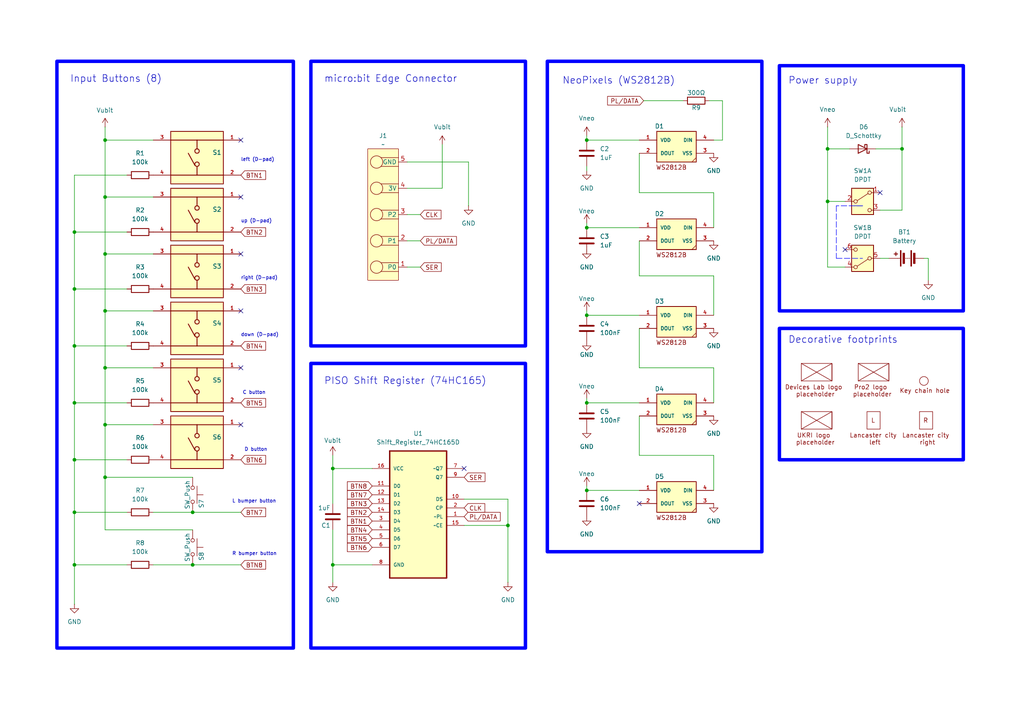
<source format=kicad_sch>
(kicad_sch (version 20231120) (generator "eeschema") (generator_version "8.0")
  (paper "A4")
  (title_block (title "solder:bit Gamepad") (date "2024-06-19") (rev "v0.5") (company "Aron Eggens"))
  (lib_symbols
    (symbol "Device:Battery" (pin_numbers hide) (pin_names (offset 0) hide)
      (property "Reference" "BT" (at 2.54 2.54 0))
      (property "Value" "Battery" (at 2.54 0 0))
      (symbol "Battery_0_1"
        (rectangle (start -2.286 -1.27) (end 2.286 -1.524) (fill (type outline)))
        (rectangle (start -2.286 1.778) (end 2.286 1.524) (fill (type outline)))
        (rectangle (start -1.524 -2.032) (end 1.524 -2.54) (fill (type outline)))
        (rectangle (start -1.524 1.016) (end 1.524 0.508) (fill (type outline)))
        (polyline (pts (xy 0 -1.016) (xy 0 -0.762)))
        (polyline (pts (xy 0 -0.508) (xy 0 -0.254)))
        (polyline (pts (xy 0 0) (xy 0 0.254)))
        (polyline (pts (xy 0 1.778) (xy 0 2.54)))
        (polyline (pts (xy 0.762 3.048) (xy 1.778 3.048)) (stroke (width 0.254)))
        (polyline (pts (xy 1.27 3.556) (xy 1.27 2.54)) (stroke (width 0.254)))
      )
      (symbol "Battery_1_1"
        (pin passive line (at 0 5.08 270) (length 2.54) (name "+") (number "1"))
        (pin passive line (at 0 -5.08 90) (length 2.54) (name "-") (number "2"))
      )
    )
    (symbol "Device:C" (pin_numbers hide) (pin_names (offset 0.254))
      (property "Reference" "C" (at 0.635 2.54 0))
      (property "Value" "C" (at 0.635 -2.54 0))
      (symbol "C_0_1"
        (polyline (pts (xy -2.032 -0.762) (xy 2.032 -0.762)) (stroke (width 0.508)))
        (polyline (pts (xy -2.032 0.762) (xy 2.032 0.762)) (stroke (width 0.508)))
      )
      (symbol "C_1_1"
        (pin passive line (at 0 3.81 270) (length 2.794) (name "~") (number "1"))
        (pin passive line (at 0 -3.81 90) (length 2.794) (name "~") (number "2"))
      )
    )
    (symbol "Device:D_Schottky" (pin_numbers hide) (pin_names (offset 1.016) hide)
      (property "Reference" "D" (at 0 2.54 0))
      (property "Value" "D_Schottky" (at 0 -2.54 0))
      (symbol "D_Schottky_0_1"
        (polyline (pts (xy 1.27 0) (xy -1.27 0)))
        (polyline (pts (xy 1.27 1.27) (xy 1.27 -1.27) (xy -1.27 0) (xy 1.27 1.27)) (stroke (width 0.254)))
        (polyline (pts (xy -1.905 0.635) (xy -1.905 1.27) (xy -1.27 1.27) (xy -1.27 -1.27) (xy -0.635 -1.27) (xy -0.635 -0.635)) (stroke (width 0.254)))
      )
      (symbol "D_Schottky_1_1"
        (pin passive line (at -3.81 0 0) (length 2.54) (name "K") (number "1"))
        (pin passive line (at 3.81 0 180) (length 2.54) (name "A") (number "2"))
      )
    )
    (symbol "Device:R" (pin_numbers hide) (pin_names (offset 0))
      (property "Reference" "R" (at 2.032 0 90))
      (property "Value" "R" (at 0 0 90))
      (symbol "R_0_1"
        (rectangle (start -1.016 -2.54) (end 1.016 2.54) (stroke (width 0.254)))
      )
      (symbol "R_1_1"
        (pin passive line (at 0 3.81 270) (length 1.27) (name "~") (number "1"))
        (pin passive line (at 0 -3.81 90) (length 1.27) (name "~") (number "2"))
      )
    )
    (symbol "Solderbit_Gamepad:Devices-Lab_Logo_Placeholder" (in_bom no)
      (symbol "Devices-Lab_Logo_Placeholder_0_1"
        (rectangle (start -3.81 -1.27) (end 5.08 -6.35))
        (polyline (pts (xy -3.81 -1.27) (xy 5.08 -6.35) (xy 5.08 -1.27) (xy -3.81 -6.35)))
      )
      (symbol "Devices-Lab_Logo_Placeholder_1_1"
        (text "Devices Lab logo \nplaceholder" (at 0.254 -9.144 0) (effects (font (size 1.27 1.27))))
      )
    )
    (symbol "Solderbit_Gamepad:Key_Chain_Hole" (in_bom no)
      (symbol "Key_Chain_Hole_0_1"
        (circle (center 0 -2.54) (radius 1.27))
      )
      (symbol "Key_Chain_Hole_1_1"
        (text "Key chain hole" (at 0.254 -5.334 0) (effects (font (size 1.27 1.27))))
      )
    )
    (symbol "Solderbit_Gamepad:LSS_Left" (in_bom no)
      (symbol "LSS_Left_0_1"
        (rectangle (start -1.27 -1.27) (end 2.54 -6.35))
      )
      (symbol "LSS_Left_1_1"
        (text "L" (at 0.508 -3.81 0) (effects (font (size 1.27 1.27))))
        (text "Lancaster city \nleft" (at 1.016 -9.144 0) (effects (font (size 1.27 1.27))))
      )
    )
    (symbol "Solderbit_Gamepad:LSS_Right" (in_bom no)
      (symbol "LSS_Right_0_1"
        (rectangle (start -1.27 -1.27) (end 2.54 -6.35))
      )
      (symbol "LSS_Right_1_1"
        (text "Lancaster city \nright" (at 1.016 -9.144 0) (effects (font (size 1.27 1.27))))
        (text "R" (at 0.508 -3.81 0) (effects (font (size 1.27 1.27))))
      )
    )
    (symbol "Solderbit_Gamepad:Microbit_Edge_Connector"
      (property "Reference" "REF" (at -22.86 5.08 0))
      (symbol "Microbit_Edge_Connector_0_1"
        (circle (center -15.24 2.54) (radius 1.7961))
        (circle (center -7.62 2.54) (radius 1.7961))
        (polyline (pts (xy -16.51 -3.81) (xy -16.51 1.27)))
        (polyline (pts (xy -13.97 1.27) (xy -13.97 -3.81)))
        (polyline (pts (xy -8.89 -3.81) (xy -8.89 1.27)))
        (polyline (pts (xy -6.35 1.27) (xy -6.35 -3.81)))
        (polyline (pts (xy -1.27 -3.81) (xy -1.27 1.27)))
        (polyline (pts (xy 1.27 1.27) (xy 1.27 -3.81)))
        (polyline (pts (xy 6.35 1.27) (xy 6.35 -3.81)))
        (polyline (pts (xy 8.89 -3.81) (xy 8.89 1.27)))
        (polyline (pts (xy 13.97 1.27) (xy 13.97 -3.81)))
        (polyline (pts (xy 16.51 1.27) (xy 16.51 -3.81)))
        (circle (center 0 2.54) (radius 1.7961))
        (circle (center 7.62 2.54) (radius 1.7961))
        (circle (center 15.24 2.54) (radius 1.7961))
      )
      (symbol "Microbit_Edge_Connector_1_1"
        (rectangle (start -19.05 5.08) (end 19.05 -3.81) (fill (type background)))
        (pin bidirectional line (at -15.24 -6.35 90) (length 2.54) (name "P0") (number "1"))
        (pin bidirectional line (at -7.62 -6.35 90) (length 2.54) (name "P1") (number "2"))
        (pin bidirectional line (at 0 -6.35 90) (length 2.54) (name "P2") (number "3"))
        (pin power_out line (at 7.62 -6.35 90) (length 2.54) (name "3V") (number "4"))
        (pin power_out line (at 15.24 -6.35 90) (length 2.54) (name "GND") (number "5"))
      )
    )
    (symbol "Solderbit_Gamepad:NeoPixel_WS2812B" (pin_names (offset 1.016))
      (property "Reference" "D" (at -5.588 8.382 0))
      (symbol "NeoPixel_WS2812B_0_0"
        (rectangle (start -6.35 7.62) (end 5.08 -1.27) (stroke (width 0.254)) (fill (type background)))
        (text "WS2812B" (at -6.604 -3.556 0) (effects (font (size 1.27 1.27)) (justify left bottom)))
      )
      (symbol "NeoPixel_WS2812B_0_1"
        (polyline (pts (xy 5.08 0) (xy 3.81 -1.27)))
      )
      (symbol "NeoPixel_WS2812B_1_0"
        (pin power_in line (at -11.43 5.08 0) (length 5.08) (name "VDD") (number "1"))
        (pin output line (at -11.43 1.27 0) (length 5.08) (name "DOUT") (number "2"))
        (pin power_in line (at 10.16 1.27 180) (length 5.08) (name "VSS") (number "3"))
        (pin input line (at 10.16 5.08 180) (length 5.08) (name "DIN") (number "4"))
      )
    )
    (symbol "Solderbit_Gamepad:Pro2_Logo_Placeholder" (in_bom no)
      (symbol "Pro2_Logo_Placeholder_0_1"
        (rectangle (start -3.81 -1.27) (end 5.08 -6.35))
        (polyline (pts (xy -3.81 -1.27) (xy 5.08 -6.35) (xy 5.08 -1.27) (xy -3.81 -6.35)))
      )
      (symbol "Pro2_Logo_Placeholder_1_1"
        (text "Pro2 logo \nplaceholder" (at 0.254 -9.144 0) (effects (font (size 1.27 1.27))))
      )
    )
    (symbol "Solderbit_Gamepad:Shift_Register_74HC165D" (pin_names (offset 1.016))
      (property "Reference" "U" (at -12.7 22.86 0))
      (property "Value" "Shift_Register_74HC165D" (at -11.43 -19.05 0))
      (symbol "Shift_Register_74HC165D_0_0"
        (rectangle (start -12.7 21.59) (end 3.81 -15.24) (stroke (width 0.4064)) (fill (type background)))
        (pin input line (at 8.89 2.54 180) (length 5.08) (name "~PL") (number "1"))
        (pin input line (at 8.89 7.62 180) (length 5.08) (name "DS") (number "10"))
        (pin input line (at -17.78 11.43 0) (length 5.08) (name "D0") (number "11"))
        (pin input line (at -17.78 8.89 0) (length 5.08) (name "D1") (number "12"))
        (pin input line (at -17.78 6.35 0) (length 5.08) (name "D2") (number "13"))
        (pin input line (at -17.78 3.81 0) (length 5.08) (name "D3") (number "14"))
        (pin input line (at 8.89 0 180) (length 5.08) (name "~CE") (number "15"))
        (pin power_in line (at -17.78 16.51 0) (length 5.08) (name "VCC") (number "16"))
        (pin input line (at 8.89 5.08 180) (length 5.08) (name "CP") (number "2"))
        (pin input line (at -17.78 1.27 0) (length 5.08) (name "D4") (number "3"))
        (pin input line (at -17.78 -1.27 0) (length 5.08) (name "D5") (number "4"))
        (pin input line (at -17.78 -3.81 0) (length 5.08) (name "D6") (number "5"))
        (pin input line (at -17.78 -6.35 0) (length 5.08) (name "D7") (number "6"))
        (pin output line (at 8.89 16.51 180) (length 5.08) (name "~Q7") (number "7"))
        (pin passive line (at -17.78 -11.43 0) (length 5.08) (name "GND") (number "8"))
        (pin output line (at 8.89 13.97 180) (length 5.08) (name "Q7") (number "9"))
      )
    )
    (symbol "Solderbit_Gamepad:Tactile_Switch_Button" (pin_names (offset 1.016))
      (property "Reference" "S" (at -7.112 0.762 0))
      (symbol "Tactile_Switch_Button_0_0"
        (circle (center 0 -1.905) (radius 0.635) (stroke (width 0.254)))
        (polyline (pts (xy 0 -5.08) (xy -7.62 -5.08)) (stroke (width 0.254)))
        (polyline (pts (xy 0 -5.08) (xy 7.62 -5.08)) (stroke (width 0.254)))
        (polyline (pts (xy 0 -2.54) (xy 0 -5.08)) (stroke (width 0.254)))
        (polyline (pts (xy 0 5.08) (xy -7.62 5.08)) (stroke (width 0.254)))
        (polyline (pts (xy 0 5.08) (xy 0 2.54)) (stroke (width 0.254)))
        (polyline (pts (xy 0 5.08) (xy 7.62 5.08)) (stroke (width 0.254)))
        (polyline (pts (xy 0.635 -2.2225) (xy 2.54 1.27)) (stroke (width 0.254)))
        (circle (center 0 1.905) (radius 0.635) (stroke (width 0.254)))
        (pin passive line (at -12.7 5.08 0) (length 5.08) (name "~") (number "1"))
        (pin passive line (at -12.7 -5.08 0) (length 5.08) (name "~") (number "2"))
        (pin passive line (at 12.7 5.08 180) (length 5.08) (name "~") (number "3"))
        (pin passive line (at 12.7 -5.08 180) (length 5.08) (name "~") (number "4"))
      )
      (symbol "Tactile_Switch_Button_1_0"
        (rectangle (start -7.62 7.62) (end 7.62 -7.62) (stroke (width 0.254)) (fill (type background)))
      )
    )
    (symbol "Solderbit_Gamepad:UKRI_Logo_Placeholder" (in_bom no)
      (symbol "UKRI_Logo_Placeholder_0_1"
        (rectangle (start -3.81 -1.27) (end 5.08 -6.35))
        (polyline (pts (xy -3.81 -1.27) (xy 5.08 -6.35) (xy 5.08 -1.27) (xy -3.81 -6.35)))
      )
      (symbol "UKRI_Logo_Placeholder_1_1"
        (text "UKRI logo \nplaceholder" (at 0.254 -9.144 0) (effects (font (size 1.27 1.27))))
      )
    )
    (symbol "Switch:SW_DPDT_x2" (pin_names (offset 0) hide)
      (property "Reference" "SW" (at 0 5.08 0))
      (property "Value" "SW_DPDT_x2" (at 0 -5.08 0))
      (symbol "SW_DPDT_x2_0_0"
        (circle (center -2.032 0) (radius 0.508))
        (circle (center 2.032 -2.54) (radius 0.508))
      )
      (symbol "SW_DPDT_x2_0_1"
        (rectangle (start -3.175 3.81) (end 3.175 -3.81) (stroke (width 0.254)) (fill (type background)))
        (polyline (pts (xy -1.524 0.254) (xy 1.5748 2.286)))
        (circle (center 2.032 2.54) (radius 0.508))
      )
      (symbol "SW_DPDT_x2_1_1"
        (pin passive line (at 5.08 2.54 180) (length 2.54) (name "A") (number "1"))
        (pin passive line (at -5.08 0 0) (length 2.54) (name "B") (number "2"))
        (pin passive line (at 5.08 -2.54 180) (length 2.54) (name "C") (number "3"))
      )
      (symbol "SW_DPDT_x2_2_1"
        (pin passive line (at 5.08 2.54 180) (length 2.54) (name "A") (number "4"))
        (pin passive line (at -5.08 0 0) (length 2.54) (name "B") (number "5"))
        (pin passive line (at 5.08 -2.54 180) (length 2.54) (name "C") (number "6"))
      )
    )
    (symbol "Switch:SW_Push" (pin_numbers hide) (pin_names (offset 1.016) hide)
      (property "Reference" "SW" (at 1.27 2.54 0))
      (property "Value" "SW_Push" (at 0 -1.524 0))
      (symbol "SW_Push_0_1"
        (circle (center -2.032 0) (radius 0.508))
        (polyline (pts (xy 0 1.27) (xy 0 3.048)))
        (polyline (pts (xy 2.54 1.27) (xy -2.54 1.27)))
        (circle (center 2.032 0) (radius 0.508))
        (pin passive line (at -5.08 0 0) (length 2.54) (name "1") (number "1"))
        (pin passive line (at 5.08 0 180) (length 2.54) (name "2") (number "2"))
      )
    )
    (symbol "power:+3V0" (power) (pin_numbers hide) (pin_names (offset 0) hide)
      (property "Value" "+3V0" (at 0 3.556 0))
      (symbol "+3V0_0_1"
        (polyline (pts (xy -0.762 1.27) (xy 0 2.54)))
        (polyline (pts (xy 0 0) (xy 0 2.54)))
        (polyline (pts (xy 0 2.54) (xy 0.762 1.27)))
      )
      (symbol "+3V0_1_1"
        (pin power_in line (at 0 0 90) (length 0) (name "~") (number "1"))
      )
    )
    (symbol "power:GND" (power) (pin_numbers hide) (pin_names (offset 0) hide)
      (property "Value" "GND" (at 0 -3.81 0))
      (symbol "GND_0_1"
        (polyline (pts (xy 0 0) (xy 0 -1.27) (xy 1.27 -1.27) (xy 0 -2.54) (xy -1.27 -1.27) (xy 0 -1.27)))
      )
      (symbol "GND_1_1"
        (pin power_in line (at 0 0 270) (length 0) (name "~") (number "1"))
      )
    )
  )
  (junction (at 21.59 163.83))
  (junction (at 55.88 163.83))
  (junction (at 261.62 43.18))
  (junction (at 170.18 91.44))
  (junction (at 30.48 73.66))
  (junction (at 21.59 148.59))
  (junction (at 30.48 123.19))
  (junction (at 30.48 106.68))
  (junction (at 21.59 116.84))
  (junction (at 240.03 43.18))
  (junction (at 96.52 163.83))
  (junction (at 96.52 135.89))
  (junction (at 170.18 116.84))
  (junction (at 30.48 40.64))
  (junction (at 30.48 138.43))
  (junction (at 21.59 133.35))
  (junction (at 147.32 152.4))
  (junction (at 55.88 148.59))
  (junction (at 170.18 66.04))
  (junction (at 21.59 100.33))
  (junction (at 170.18 142.24))
  (junction (at 240.03 58.42))
  (junction (at 30.48 57.15))
  (junction (at 30.48 90.17))
  (junction (at 21.59 67.31))
  (junction (at 170.18 40.64))
  (junction (at 21.59 83.82))
  (no_connect (at 255.27 55.88))
  (no_connect (at 185.42 146.05))
  (no_connect (at 69.85 106.68))
  (no_connect (at 69.85 90.17))
  (no_connect (at 69.85 73.66))
  (no_connect (at 245.11 72.39))
  (no_connect (at 69.85 40.64))
  (no_connect (at 134.62 135.89))
  (no_connect (at 69.85 57.15))
  (no_connect (at 69.85 123.19))
  (wire (pts (xy 207.01 106.68) (xy 207.01 116.84)))
  (wire (pts (xy 170.18 39.37) (xy 170.18 40.64)))
  (wire (pts (xy 185.42 44.45) (xy 185.42 55.88)))
  (wire (pts (xy 170.18 66.04) (xy 185.42 66.04)))
  (wire (pts (xy 209.55 29.21) (xy 209.55 40.64)))
  (wire (pts (xy 170.18 142.24) (xy 185.42 142.24)))
  (wire (pts (xy 185.42 106.68) (xy 207.01 106.68)))
  (wire (pts (xy 254 43.18) (xy 261.62 43.18)))
  (wire (pts (xy 128.27 54.61) (xy 128.27 41.91)))
  (wire (pts (xy 96.52 153.67) (xy 96.52 163.83)))
  (wire (pts (xy 240.03 58.42) (xy 240.03 77.47)))
  (wire (pts (xy 269.24 74.93) (xy 269.24 81.28)))
  (wire (pts (xy 30.48 138.43) (xy 30.48 153.67)))
  (wire (pts (xy 21.59 67.31) (xy 21.59 83.82)))
  (wire (pts (xy 207.01 132.08) (xy 207.01 142.24)))
  (wire (pts (xy 30.48 73.66) (xy 30.48 90.17)))
  (wire (pts (xy 21.59 83.82) (xy 21.59 100.33)))
  (polyline (pts (xy 250.19 59.69) (xy 242.57 59.69)) (stroke (width 0) (type dash) (color 0 0 255 1)))
  (wire (pts (xy 170.18 140.97) (xy 170.18 142.24)))
  (wire (pts (xy 134.62 152.4) (xy 147.32 152.4)))
  (wire (pts (xy 185.42 132.08) (xy 207.01 132.08)))
  (wire (pts (xy 36.83 133.35) (xy 21.59 133.35)))
  (wire (pts (xy 170.18 90.17) (xy 170.18 91.44)))
  (wire (pts (xy 170.18 115.57) (xy 170.18 116.84)))
  (wire (pts (xy 96.52 135.89) (xy 96.52 146.05)))
  (wire (pts (xy 55.88 148.59) (xy 69.85 148.59)))
  (wire (pts (xy 30.48 40.64) (xy 30.48 57.15)))
  (wire (pts (xy 245.11 58.42) (xy 240.03 58.42)))
  (polyline (pts (xy 242.57 74.93) (xy 250.19 74.93)) (stroke (width 0) (type dash) (color 0 0 255 1)))
  (wire (pts (xy 240.03 43.18) (xy 240.03 58.42)))
  (wire (pts (xy 30.48 138.43) (xy 55.88 138.43)))
  (wire (pts (xy 147.32 144.78) (xy 147.32 152.4)))
  (wire (pts (xy 118.11 62.23) (xy 121.92 62.23)))
  (wire (pts (xy 36.83 163.83) (xy 21.59 163.83)))
  (wire (pts (xy 21.59 116.84) (xy 21.59 133.35)))
  (wire (pts (xy 107.95 135.89) (xy 96.52 135.89)))
  (wire (pts (xy 44.45 106.68) (xy 30.48 106.68)))
  (wire (pts (xy 30.48 123.19) (xy 30.48 138.43)))
  (wire (pts (xy 118.11 77.47) (xy 121.92 77.47)))
  (wire (pts (xy 170.18 116.84) (xy 185.42 116.84)))
  (wire (pts (xy 170.18 73.66) (xy 170.18 72.39)))
  (wire (pts (xy 44.45 123.19) (xy 30.48 123.19)))
  (wire (pts (xy 207.01 80.01) (xy 207.01 91.44)))
  (wire (pts (xy 170.18 64.77) (xy 170.18 66.04)))
  (wire (pts (xy 134.62 144.78) (xy 147.32 144.78)))
  (wire (pts (xy 96.52 135.89) (xy 96.52 132.08)))
  (wire (pts (xy 186.69 29.21) (xy 198.12 29.21)))
  (wire (pts (xy 36.83 148.59) (xy 21.59 148.59)))
  (wire (pts (xy 30.48 73.66) (xy 44.45 73.66)))
  (wire (pts (xy 36.83 50.8) (xy 21.59 50.8)))
  (wire (pts (xy 170.18 91.44) (xy 185.42 91.44)))
  (wire (pts (xy 118.11 69.85) (xy 121.92 69.85)))
  (wire (pts (xy 240.03 77.47) (xy 245.11 77.47)))
  (wire (pts (xy 240.03 43.18) (xy 246.38 43.18)))
  (wire (pts (xy 185.42 55.88) (xy 207.01 55.88)))
  (wire (pts (xy 147.32 152.4) (xy 147.32 168.91)))
  (wire (pts (xy 21.59 100.33) (xy 36.83 100.33)))
  (wire (pts (xy 185.42 69.85) (xy 185.42 80.01)))
  (wire (pts (xy 36.83 116.84) (xy 21.59 116.84)))
  (wire (pts (xy 118.11 54.61) (xy 128.27 54.61)))
  (wire (pts (xy 255.27 60.96) (xy 261.62 60.96)))
  (wire (pts (xy 30.48 36.83) (xy 30.48 40.64)))
  (polyline (pts (xy 250.19 59.69) (xy 247.65 59.69)))
  (wire (pts (xy 21.59 50.8) (xy 21.59 67.31)))
  (wire (pts (xy 135.89 46.99) (xy 135.89 59.69)))
  (wire (pts (xy 21.59 100.33) (xy 21.59 116.84)))
  (wire (pts (xy 207.01 55.88) (xy 207.01 66.04)))
  (wire (pts (xy 261.62 36.83) (xy 261.62 43.18)))
  (wire (pts (xy 209.55 40.64) (xy 207.01 40.64)))
  (wire (pts (xy 170.18 40.64) (xy 185.42 40.64)))
  (wire (pts (xy 30.48 90.17) (xy 44.45 90.17)))
  (wire (pts (xy 170.18 48.26) (xy 170.18 49.53)))
  (wire (pts (xy 107.95 163.83) (xy 96.52 163.83)))
  (wire (pts (xy 36.83 67.31) (xy 21.59 67.31)))
  (wire (pts (xy 205.74 29.21) (xy 209.55 29.21)))
  (wire (pts (xy 44.45 40.64) (xy 30.48 40.64)))
  (wire (pts (xy 240.03 36.83) (xy 240.03 43.18)))
  (wire (pts (xy 44.45 57.15) (xy 30.48 57.15)))
  (wire (pts (xy 185.42 95.25) (xy 185.42 106.68)))
  (wire (pts (xy 255.27 74.93) (xy 257.81 74.93)))
  (wire (pts (xy 21.59 133.35) (xy 21.59 148.59)))
  (wire (pts (xy 185.42 80.01) (xy 207.01 80.01)))
  (wire (pts (xy 44.45 148.59) (xy 55.88 148.59)))
  (wire (pts (xy 21.59 148.59) (xy 21.59 163.83)))
  (wire (pts (xy 96.52 163.83) (xy 96.52 168.91)))
  (wire (pts (xy 21.59 163.83) (xy 21.59 175.26)))
  (wire (pts (xy 267.97 74.93) (xy 269.24 74.93)))
  (wire (pts (xy 30.48 123.19) (xy 30.48 106.68)))
  (polyline (pts (xy 242.57 59.69) (xy 242.57 74.93)) (stroke (width 0) (type dash) (color 0 0 255 1)))
  (wire (pts (xy 118.11 46.99) (xy 135.89 46.99)))
  (wire (pts (xy 44.45 163.83) (xy 55.88 163.83)))
  (wire (pts (xy 30.48 153.67) (xy 55.88 153.67)))
  (wire (pts (xy 55.88 163.83) (xy 69.85 163.83)))
  (wire (pts (xy 261.62 43.18) (xy 261.62 60.96)))
  (wire (pts (xy 185.42 120.65) (xy 185.42 132.08)))
  (wire (pts (xy 30.48 57.15) (xy 30.48 73.66)))
  (wire (pts (xy 21.59 83.82) (xy 36.83 83.82)))
  (wire (pts (xy 30.48 90.17) (xy 30.48 106.68)))
  (rectangle (start 158.75 17.78) (end 220.98 160.02) (stroke (width 1) (color 0 0 255 0.15)))
  (rectangle (start 226.06 19.05) (end 279.4 90.17) (stroke (width 1) (color 0 0 255 0.15)))
  (rectangle (start 16.51 17.78) (end 85.09 187.96) (stroke (width 1) (color 0 0 255 0.15)))
  (rectangle (start 226.06 95.25) (end 279.4 133.35) (stroke (width 1) (color 0 0 255 0.15)))
  (rectangle (start 90.17 105.41) (end 152.4 187.96) (stroke (width 1) (color 0 0 255 0.15)))
  (rectangle (start 90.17 17.78) (end 152.4 100.33) (stroke (width 1) (color 0 0 255 0.15)))
  (text "D button" (at 70.866 131.064 0) (effects (font (size 1 1)) (justify left bottom)))
  (text "down (D-pad)" (at 69.85 97.79 0) (effects (font (size 1 1)) (justify left bottom)))
  (text "NeoPixels (WS2812B)\n" (at 163.068 24.638 0) (effects (font (size 2 2)) (justify left bottom)))
  (text "C button" (at 70.358 114.554 0) (effects (font (size 1 1)) (justify left bottom)))
  (text "Input Buttons (8)" (at 20.32 24.13 0) (effects (font (size 2 2)) (justify left bottom)))
  (text "L bumper button" (at 67.31 146.05 0) (effects (font (size 1 1)) (justify left bottom)))
  (text "left (D-pad)" (at 69.85 46.99 0) (effects (font (size 1 1)) (justify left bottom)))
  (text "R bumper button" (at 67.31 161.29 0) (effects (font (size 1 1)) (justify left bottom)))
  (text "Power supply" (at 228.6 24.638 0) (effects (font (size 2 2)) (justify left bottom)))
  (text "micro:bit Edge Connector\n" (at 93.98 24.13 0) (effects (font (size 2 2)) (justify left bottom)))
  (text "right (D-pad)" (at 69.85 81.28 0) (effects (font (size 1 1)) (justify left bottom)))
  (text "Decorative footprints" (at 228.6 99.822 0) (effects (font (size 2 2)) (justify left bottom)))
  (text "up (D-pad)" (at 69.85 64.77 0) (effects (font (size 1 1)) (justify left bottom)))
  (text "PISO Shift Register (74HC165)" (at 93.98 111.76 0) (effects (font (size 2 2)) (justify left bottom)))
  (global_label "BTN2" (shape input) (at 107.95 148.59 180) (property "Intersheetrefs" "${INTERSHEET_REFS}" (effects (hide yes))))
  (global_label "BTN8" (shape input) (at 69.85 163.83 0) (property "Intersheetrefs" "${INTERSHEET_REFS}" (effects (hide yes))))
  (global_label "SER" (shape input) (at 134.62 138.43 0) (property "Intersheetrefs" "${INTERSHEET_REFS}" (effects (hide yes))))
  (global_label "BTN5" (shape input) (at 107.95 156.21 180) (property "Intersheetrefs" "${INTERSHEET_REFS}" (effects (hide yes))))
  (global_label "BTN3" (shape input) (at 69.85 83.82 0) (property "Intersheetrefs" "${INTERSHEET_REFS}" (effects (hide yes))))
  (global_label "CLK" (shape input) (at 134.62 147.32 0) (property "Intersheetrefs" "${INTERSHEET_REFS}" (effects (hide yes))))
  (global_label "BTN1" (shape input) (at 107.95 151.13 180) (property "Intersheetrefs" "${INTERSHEET_REFS}" (effects (hide yes))))
  (global_label "BTN4" (shape input) (at 69.85 100.33 0) (property "Intersheetrefs" "${INTERSHEET_REFS}" (effects (hide yes))))
  (global_label "BTN6" (shape input) (at 107.95 158.75 180) (property "Intersheetrefs" "${INTERSHEET_REFS}" (effects (hide yes))))
  (global_label "BTN4" (shape input) (at 107.95 153.67 180) (property "Intersheetrefs" "${INTERSHEET_REFS}" (effects (hide yes))))
  (global_label "PL{slash}DATA" (shape input) (at 186.69 29.21 180) (property "Intersheetrefs" "${INTERSHEET_REFS}" (effects (hide yes))))
  (global_label "SER" (shape input) (at 121.92 77.47 0) (property "Intersheetrefs" "${INTERSHEET_REFS}" (effects (hide yes))))
  (global_label "BTN1" (shape input) (at 69.85 50.8 0) (property "Intersheetrefs" "${INTERSHEET_REFS}" (effects (hide yes))))
  (global_label "BTN7" (shape input) (at 107.95 143.51 180) (property "Intersheetrefs" "${INTERSHEET_REFS}" (effects (hide yes))))
  (global_label "PL{slash}DATA" (shape input) (at 134.62 149.86 0) (property "Intersheetrefs" "${INTERSHEET_REFS}" (effects (hide yes))))
  (global_label "BTN5" (shape input) (at 69.85 116.84 0) (property "Intersheetrefs" "${INTERSHEET_REFS}" (effects (hide yes))))
  (global_label "PL{slash}DATA" (shape input) (at 121.92 69.85 0) (property "Intersheetrefs" "${INTERSHEET_REFS}" (effects (hide yes))))
  (global_label "BTN2" (shape input) (at 69.85 67.31 0) (property "Intersheetrefs" "${INTERSHEET_REFS}" (effects (hide yes))))
  (global_label "CLK" (shape input) (at 121.92 62.23 0) (property "Intersheetrefs" "${INTERSHEET_REFS}" (effects (hide yes))))
  (global_label "BTN3" (shape input) (at 107.95 146.05 180) (property "Intersheetrefs" "${INTERSHEET_REFS}" (effects (hide yes))))
  (global_label "BTN6" (shape input) (at 69.85 133.35 0) (property "Intersheetrefs" "${INTERSHEET_REFS}" (effects (hide yes))))
  (global_label "BTN8" (shape input) (at 107.95 140.97 180) (property "Intersheetrefs" "${INTERSHEET_REFS}" (effects (hide yes))))
  (global_label "BTN7" (shape input) (at 69.85 148.59 0) (property "Intersheetrefs" "${INTERSHEET_REFS}" (effects (hide yes))))
  (symbol (lib_id "power:GND") (at 207.01 146.05 0) (unit 1)
    (property "Reference" "#PWR015" (effects (hide yes)))
    (property "Value" "GND" (at 207.01 151.13 0))
    (property "Description" "Power symbol creates a global label with name \"GND\" , ground" (effects (hide yes)))
  )
  (symbol (lib_id "Solderbit_Gamepad:LSS_Right") (at 267.97 118.11 0) (unit 1) (in_bom no)
    (property "Reference" "G6" (effects (hide yes)))
    (property "Footprint" "Solderbit_Gamepad:LSS_R" (effects (hide yes)))
  )
  (symbol (lib_id "power:+3V0") (at 261.62 36.83 0) (unit 1)
    (property "Reference" "#PWR025" (effects (hide yes)))
    (property "Value" "Vubit" (at 260.35 31.75 0))
    (property "Description" "Power symbol creates a global label with name \"+3V0\"" (effects (hide yes)))
  )
  (symbol (lib_id "power:GND") (at 21.59 175.26 0) (mirror y) (unit 1)
    (property "Reference" "#PWR02" (effects (hide yes)))
    (property "Value" "GND" (at 21.59 180.34 0))
    (property "Description" "Power symbol creates a global label with name \"GND\" , ground" (effects (hide yes)))
  )
  (symbol (lib_id "Solderbit_Gamepad:Tactile_Switch_Button") (at 57.15 62.23 0) (mirror y) (unit 1)
    (property "Reference" "S2" (at 64.262 61.468 0) (effects (justify left bottom)))
    (property "Footprint" "Solderbit_Gamepad:Tactile_Switch" (effects (hide yes)))
  )
  (symbol (lib_id "power:GND") (at 170.18 49.53 0) (unit 1)
    (property "Reference" "#PWR08" (effects (hide yes)))
    (property "Value" "GND" (at 170.18 54.61 0))
    (property "Description" "Power symbol creates a global label with name \"GND\" , ground" (effects (hide yes)))
  )
  (symbol (lib_id "Solderbit_Gamepad:Devices-Lab_Logo_Placeholder") (at 236.22 104.14 0) (unit 1) (in_bom no)
    (property "Reference" "G1" (effects (hide yes)))
    (property "Footprint" "Solderbit_Gamepad:Devices-Lab_Logo_H9mm" (effects (hide yes)))
  )
  (symbol (lib_id "Solderbit_Gamepad:Tactile_Switch_Button") (at 57.15 95.25 0) (mirror y) (unit 1)
    (property "Reference" "S4" (at 64.262 94.488 0) (effects (justify left bottom)))
    (property "Footprint" "Solderbit_Gamepad:Tactile_Switch" (effects (hide yes)))
  )
  (symbol (lib_id "Switch:SW_Push") (at 55.88 143.51 270) (unit 1)
    (property "Reference" "S7" (at 58.42 144.78 0) (effects (justify left)))
    (property "Value" "SW_Push" (at 54.356 143.51 0))
    (property "Footprint" "Solderbit_Gamepad:Tactile_Switch_Right_Angle" (effects (hide yes)))
    (property "Description" "Push button switch, generic, two pins" (effects (hide yes)))
  )
  (symbol (lib_id "Device:C") (at 170.18 44.45 0) (unit 1)
    (property "Reference" "C2" (at 173.99 43.1799 0) (effects (justify left)))
    (property "Value" "1uF" (at 173.99 45.7199 0) (effects (justify left)))
    (property "Footprint" "Solderbit_Gamepad:1206_Capacitor" (effects (hide yes)))
    (property "Description" "Unpolarized capacitor" (effects (hide yes)))
  )
  (symbol (lib_id "power:+3V0") (at 96.52 132.08 0) (unit 1)
    (property "Reference" "#PWR03" (effects (hide yes)))
    (property "Value" "Vubit" (at 93.98 127.762 0) (effects (justify left)))
    (property "Description" "Power symbol creates a global label with name \"+3V0\"" (effects (hide yes)))
  )
  (symbol (lib_id "Switch:SW_Push") (at 55.88 158.75 270) (unit 1)
    (property "Reference" "S8" (at 58.42 160.02 0) (effects (justify left)))
    (property "Value" "SW_Push" (at 54.356 158.75 0))
    (property "Footprint" "Solderbit_Gamepad:Tactile_Switch_Right_Angle" (effects (hide yes)))
    (property "Description" "Push button switch, generic, two pins" (effects (hide yes)))
  )
  (symbol (lib_id "Solderbit_Gamepad:Key_Chain_Hole") (at 267.97 107.95 0) (unit 1) (in_bom no)
    (property "Reference" "G3" (effects (hide yes)))
    (property "Footprint" "Solderbit_Gamepad:Key_Chain_Hole" (effects (hide yes)))
  )
  (symbol (lib_id "Switch:SW_DPDT_x2") (at 250.19 74.93 180) (unit 2)
    (property "Reference" "SW1" (at 250.19 66.04 0))
    (property "Value" "DPDT" (at 250.19 68.58 0))
    (property "Footprint" "Solderbit_Gamepad:Sliding_Switch_DPDT" (effects (hide yes)))
    (property "Description" "Switch, dual pole double throw, separate symbols" (effects (hide yes)))
  )
  (symbol (lib_id "Solderbit_Gamepad:Shift_Register_74HC165D") (at 125.73 152.4 0) (unit 1)
    (property "Reference" "U1" (at 121.285 125.73 0))
    (property "Value" "Shift_Register_74HC165D" (at 121.285 128.27 0))
    (property "Footprint" "Solderbit_Gamepad:Shift_Register_74HC165D" (effects (hide yes)))
  )
  (symbol (lib_id "power:+3V0") (at 170.18 64.77 0) (unit 1)
    (property "Reference" "#PWR020" (effects (hide yes)))
    (property "Value" "Vneo" (at 170.18 61.214 0))
    (property "Description" "Power symbol creates a global label with name \"+3V0\"" (effects (hide yes)))
  )
  (symbol (lib_id "power:GND") (at 269.24 81.28 0) (unit 1)
    (property "Reference" "#PWR09" (effects (hide yes)))
    (property "Value" "GND" (at 269.24 86.36 0))
    (property "Description" "Power symbol creates a global label with name \"GND\" , ground" (effects (hide yes)))
  )
  (symbol (lib_id "Solderbit_Gamepad:Microbit_Edge_Connector") (at 111.76 62.23 90) (unit 1)
    (property "Reference" "J1" (at 111.125 39.37 90))
    (property "Value" "~" (at 111.125 41.91 90))
    (property "Footprint" "Solderbit_Gamepad:Microbit_Edge_Connector" (effects (hide yes)))
  )
  (symbol (lib_id "Solderbit_Gamepad:NeoPixel_WS2812B") (at 196.85 96.52 0) (unit 1)
    (property "Reference" "D3" (at 191.262 88.138 0) (effects (justify bottom)))
    (property "Value" "NeoPixel_WS2812B" (effects (hide yes)))
    (property "Footprint" "Solderbit_Gamepad:NeoPixel_WS2812B" (effects (hide yes)))
  )
  (symbol (lib_id "Solderbit_Gamepad:Tactile_Switch_Button") (at 57.15 45.72 0) (mirror y) (unit 1)
    (property "Reference" "S1" (at 64.262 44.958 0) (effects (justify left bottom)))
    (property "Footprint" "Solderbit_Gamepad:Tactile_Switch" (effects (hide yes)))
  )
  (symbol (lib_id "power:GND") (at 170.18 99.06 0) (unit 1)
    (property "Reference" "#PWR013" (effects (hide yes)))
    (property "Value" "GND" (at 170.18 102.87 0))
    (property "Description" "Power symbol creates a global label with name \"GND\" , ground" (effects (hide yes)))
  )
  (symbol (lib_id "Device:R") (at 40.64 100.33 270) (mirror x) (unit 1)
    (property "Reference" "R4" (at 40.64 93.98 90))
    (property "Value" "100k" (at 40.64 96.52 90))
    (property "Footprint" "Solderbit_Gamepad:1206_Resistor" (effects (hide yes)))
    (property "Description" "Resistor" (effects (hide yes)))
  )
  (symbol (lib_id "Device:C") (at 170.18 95.25 0) (unit 1)
    (property "Reference" "C4" (at 173.99 93.9799 0) (effects (justify left)))
    (property "Value" "100nF" (at 173.99 96.5199 0) (effects (justify left)))
    (property "Footprint" "Solderbit_Gamepad:1206_Capacitor" (effects (hide yes)))
    (property "Description" "Unpolarized capacitor" (effects (hide yes)))
  )
  (symbol (lib_id "Device:C") (at 170.18 146.05 0) (unit 1)
    (property "Reference" "C6" (at 173.99 144.7799 0) (effects (justify left)))
    (property "Value" "100nF" (at 173.99 147.3199 0) (effects (justify left)))
    (property "Footprint" "Solderbit_Gamepad:1206_Capacitor" (effects (hide yes)))
    (property "Description" "Unpolarized capacitor" (effects (hide yes)))
  )
  (symbol (lib_id "power:GND") (at 170.18 72.39 0) (unit 1)
    (property "Reference" "#PWR012" (effects (hide yes)))
    (property "Value" "GND" (at 170.18 77.47 0))
    (property "Description" "Power symbol creates a global label with name \"GND\" , ground" (effects (hide yes)))
  )
  (symbol (lib_id "Solderbit_Gamepad:UKRI_Logo_Placeholder") (at 236.22 118.11 0) (unit 1) (in_bom no)
    (property "Reference" "G4" (effects (hide yes)))
    (property "Footprint" "Solderbit_Gamepad:UKRI_Logo" (effects (hide yes)))
  )
  (symbol (lib_id "Device:R") (at 40.64 133.35 270) (mirror x) (unit 1)
    (property "Reference" "R6" (at 40.64 127 90))
    (property "Value" "100k" (at 40.64 129.54 90))
    (property "Footprint" "Solderbit_Gamepad:1206_Resistor" (effects (hide yes)))
    (property "Description" "Resistor" (effects (hide yes)))
  )
  (symbol (lib_id "power:+3V0") (at 170.18 90.17 0) (unit 1)
    (property "Reference" "#PWR021" (effects (hide yes)))
    (property "Value" "Vneo" (at 170.18 86.614 0))
    (property "Description" "Power symbol creates a global label with name \"+3V0\"" (effects (hide yes)))
  )
  (symbol (lib_id "Device:R") (at 201.93 29.21 270) (unit 1)
    (property "Reference" "R9" (at 201.93 31.242 90))
    (property "Value" "300Ω" (at 201.93 26.924 90))
    (property "Footprint" "Solderbit_Gamepad:1206_Resistor" (effects (hide yes)))
    (property "Description" "Resistor" (effects (hide yes)))
  )
  (symbol (lib_id "power:+3V0") (at 170.18 39.37 0) (unit 1)
    (property "Reference" "#PWR019" (effects (hide yes)))
    (property "Value" "Vneo" (at 170.18 34.29 0))
    (property "Description" "Power symbol creates a global label with name \"+3V0\"" (effects (hide yes)))
  )
  (symbol (lib_id "Device:R") (at 40.64 148.59 90) (mirror x) (unit 1)
    (property "Reference" "R7" (at 40.64 142.24 90))
    (property "Value" "100k" (at 40.64 144.78 90))
    (property "Footprint" "Solderbit_Gamepad:1206_Resistor" (effects (hide yes)))
    (property "Description" "Resistor" (effects (hide yes)))
  )
  (symbol (lib_id "power:GND") (at 207.01 120.65 0) (unit 1)
    (property "Reference" "#PWR05" (effects (hide yes)))
    (property "Value" "GND" (at 207.01 125.73 0))
    (property "Description" "Power symbol creates a global label with name \"GND\" , ground" (effects (hide yes)))
  )
  (symbol (lib_id "Solderbit_Gamepad:Tactile_Switch_Button") (at 57.15 128.27 0) (mirror y) (unit 1)
    (property "Reference" "S6" (at 64.262 127.508 0) (effects (justify left bottom)))
    (property "Footprint" "Solderbit_Gamepad:Tactile_Switch" (effects (hide yes)))
  )
  (symbol (lib_id "power:+3V0") (at 30.48 36.83 0) (mirror y) (unit 1)
    (property "Reference" "#PWR01" (effects (hide yes)))
    (property "Value" "Vubit" (at 27.94 32.004 0) (effects (justify right)))
    (property "Description" "Power symbol creates a global label with name \"+3V0\"" (effects (hide yes)))
  )
  (symbol (lib_id "power:GND") (at 135.89 59.69 0) (unit 1)
    (property "Reference" "#PWR011" (effects (hide yes)))
    (property "Value" "GND" (at 135.89 64.77 0))
    (property "Description" "Power symbol creates a global label with name \"GND\" , ground" (effects (hide yes)))
  )
  (symbol (lib_id "Device:C") (at 170.18 120.65 0) (unit 1)
    (property "Reference" "C5" (at 173.99 119.3799 0) (effects (justify left)))
    (property "Value" "100nF" (at 173.99 121.9199 0) (effects (justify left)))
    (property "Footprint" "Solderbit_Gamepad:1206_Capacitor" (effects (hide yes)))
    (property "Description" "Unpolarized capacitor" (effects (hide yes)))
  )
  (symbol (lib_id "power:GND") (at 96.52 168.91 0) (unit 1)
    (property "Reference" "#PWR04" (effects (hide yes)))
    (property "Value" "GND" (at 96.52 173.99 0))
    (property "Description" "Power symbol creates a global label with name \"GND\" , ground" (effects (hide yes)))
  )
  (symbol (lib_id "power:GND") (at 170.18 149.86 0) (unit 1)
    (property "Reference" "#PWR016" (effects (hide yes)))
    (property "Value" "GND" (at 170.18 154.94 0))
    (property "Description" "Power symbol creates a global label with name \"GND\" , ground" (effects (hide yes)))
  )
  (symbol (lib_id "Solderbit_Gamepad:LSS_Left") (at 252.73 118.11 0) (unit 1) (in_bom no)
    (property "Reference" "G5" (effects (hide yes)))
    (property "Footprint" "Solderbit_Gamepad:LSS_L" (effects (hide yes)))
  )
  (symbol (lib_id "Device:C") (at 96.52 149.86 180) (unit 1)
    (property "Reference" "C1" (at 95.885 152.4 0) (effects (justify left)))
    (property "Value" "1uF" (at 95.885 147.32 0) (effects (justify left)))
    (property "Footprint" "Solderbit_Gamepad:1206_Capacitor" (effects (hide yes)))
    (property "Description" "Unpolarized capacitor" (effects (hide yes)))
  )
  (symbol (lib_id "Solderbit_Gamepad:NeoPixel_WS2812B") (at 196.85 147.32 0) (unit 1)
    (property "Reference" "D5" (at 191.262 138.938 0) (effects (justify bottom)))
    (property "Value" "NeoPixel_WS2812B" (effects (hide yes)))
    (property "Footprint" "Solderbit_Gamepad:NeoPixel_WS2812B" (effects (hide yes)))
  )
  (symbol (lib_id "Device:Battery") (at 262.89 74.93 90) (unit 1)
    (property "Reference" "BT1" (at 262.3185 67.31 90))
    (property "Value" "Battery" (at 262.3185 69.85 90))
    (property "Footprint" "Solderbit_Gamepad:Battery_Holder" (effects (hide yes)))
    (property "Description" "Multiple-cell battery" (effects (hide yes)))
  )
  (symbol (lib_id "Solderbit_Gamepad:NeoPixel_WS2812B") (at 196.85 121.92 0) (unit 1)
    (property "Reference" "D4" (at 191.262 113.538 0) (effects (justify bottom)))
    (property "Value" "NeoPixel_WS2812B" (effects (hide yes)))
    (property "Footprint" "Solderbit_Gamepad:NeoPixel_WS2812B" (effects (hide yes)))
  )
  (symbol (lib_id "power:GND") (at 207.01 44.45 0) (unit 1)
    (property "Reference" "#PWR018" (effects (hide yes)))
    (property "Value" "GND" (at 207.01 49.53 0))
    (property "Description" "Power symbol creates a global label with name \"GND\" , ground" (effects (hide yes)))
  )
  (symbol (lib_id "Solderbit_Gamepad:Tactile_Switch_Button") (at 57.15 111.76 0) (mirror y) (unit 1)
    (property "Reference" "S5" (at 64.262 110.998 0) (effects (justify left bottom)))
    (property "Footprint" "Solderbit_Gamepad:Tactile_Switch" (effects (hide yes)))
  )
  (symbol (lib_id "Device:R") (at 40.64 83.82 270) (mirror x) (unit 1)
    (property "Reference" "R3" (at 40.64 77.47 90))
    (property "Value" "100k" (at 40.64 80.01 90))
    (property "Footprint" "Solderbit_Gamepad:1206_Resistor" (effects (hide yes)))
    (property "Description" "Resistor" (effects (hide yes)))
  )
  (symbol (lib_id "Device:R") (at 40.64 163.83 90) (mirror x) (unit 1)
    (property "Reference" "R8" (at 40.64 157.48 90))
    (property "Value" "100k" (at 40.64 160.02 90))
    (property "Footprint" "Solderbit_Gamepad:1206_Resistor" (effects (hide yes)))
    (property "Description" "Resistor" (effects (hide yes)))
  )
  (symbol (lib_id "Device:C") (at 170.18 69.85 0) (unit 1)
    (property "Reference" "C3" (at 173.99 68.5799 0) (effects (justify left)))
    (property "Value" "1uF" (at 173.99 71.1199 0) (effects (justify left)))
    (property "Footprint" "Solderbit_Gamepad:1206_Capacitor" (effects (hide yes)))
    (property "Description" "Unpolarized capacitor" (effects (hide yes)))
  )
  (symbol (lib_id "Solderbit_Gamepad:Tactile_Switch_Button") (at 57.15 78.74 0) (mirror y) (unit 1)
    (property "Reference" "S3" (at 64.262 77.978 0) (effects (justify left bottom)))
    (property "Footprint" "Solderbit_Gamepad:Tactile_Switch" (effects (hide yes)))
  )
  (symbol (lib_id "Device:D_Schottky") (at 250.19 43.18 180) (unit 1)
    (property "Reference" "D6" (at 250.5075 36.83 0))
    (property "Value" "D_Schottky" (at 250.5075 39.37 0))
    (property "Footprint" "Solderbit_Gamepad:Schottky_Diode_SOD-323" (effects (hide yes)))
    (property "Description" "Schottky diode" (effects (hide yes)))
  )
  (symbol (lib_id "power:GND") (at 207.01 69.85 0) (unit 1)
    (property "Reference" "#PWR017" (effects (hide yes)))
    (property "Value" "GND" (at 207.01 74.93 0))
    (property "Description" "Power symbol creates a global label with name \"GND\" , ground" (effects (hide yes)))
  )
  (symbol (lib_id "power:+3V0") (at 170.18 140.97 0) (unit 1)
    (property "Reference" "#PWR023" (effects (hide yes)))
    (property "Value" "Vneo" (at 170.18 137.414 0))
    (property "Description" "Power symbol creates a global label with name \"+3V0\"" (effects (hide yes)))
  )
  (symbol (lib_id "power:+3V0") (at 240.03 36.83 0) (unit 1)
    (property "Reference" "#PWR024" (effects (hide yes)))
    (property "Value" "Vneo" (at 240.03 31.75 0))
    (property "Description" "Power symbol creates a global label with name \"+3V0\"" (effects (hide yes)))
  )
  (symbol (lib_id "power:+3V0") (at 170.18 115.57 0) (unit 1)
    (property "Reference" "#PWR022" (effects (hide yes)))
    (property "Value" "Vneo" (at 170.18 112.014 0))
    (property "Description" "Power symbol creates a global label with name \"+3V0\"" (effects (hide yes)))
  )
  (symbol (lib_id "Solderbit_Gamepad:Pro2_Logo_Placeholder") (at 252.73 104.14 0) (unit 1) (in_bom no)
    (property "Reference" "G2" (effects (hide yes)))
    (property "Footprint" "Solderbit_Gamepad:Pro2_Logo" (effects (hide yes)))
  )
  (symbol (lib_id "power:GND") (at 207.01 95.25 0) (unit 1)
    (property "Reference" "#PWR06" (effects (hide yes)))
    (property "Value" "GND" (at 207.01 100.33 0))
    (property "Description" "Power symbol creates a global label with name \"GND\" , ground" (effects (hide yes)))
  )
  (symbol (lib_id "power:+3V0") (at 128.27 41.91 0) (unit 1)
    (property "Reference" "#PWR010" (effects (hide yes)))
    (property "Value" "Vubit" (at 128.27 36.83 0))
    (property "Description" "Power symbol creates a global label with name \"+3V0\"" (effects (hide yes)))
  )
  (symbol (lib_id "Device:R") (at 40.64 116.84 270) (mirror x) (unit 1)
    (property "Reference" "R5" (at 40.64 110.49 90))
    (property "Value" "100k" (at 40.64 113.03 90))
    (property "Footprint" "Solderbit_Gamepad:1206_Resistor" (effects (hide yes)))
    (property "Description" "Resistor" (effects (hide yes)))
  )
  (symbol (lib_id "Device:R") (at 40.64 50.8 270) (mirror x) (unit 1)
    (property "Reference" "R1" (at 40.64 44.45 90))
    (property "Value" "100k" (at 40.64 46.99 90))
    (property "Footprint" "Solderbit_Gamepad:1206_Resistor" (effects (hide yes)))
    (property "Description" "Resistor" (effects (hide yes)))
  )
  (symbol (lib_id "Device:R") (at 40.64 67.31 270) (mirror x) (unit 1)
    (property "Reference" "R2" (at 40.64 60.96 90))
    (property "Value" "100k" (at 40.64 63.5 90))
    (property "Footprint" "Solderbit_Gamepad:1206_Resistor" (effects (hide yes)))
    (property "Description" "Resistor" (effects (hide yes)))
  )
  (symbol (lib_id "Solderbit_Gamepad:NeoPixel_WS2812B") (at 196.85 45.72 0) (unit 1)
    (property "Reference" "D1" (at 191.262 37.338 0) (effects (justify bottom)))
    (property "Value" "NeoPixel_WS2812B" (effects (hide yes)))
    (property "Footprint" "Solderbit_Gamepad:NeoPixel_WS2812B" (effects (hide yes)))
  )
  (symbol (lib_id "power:GND") (at 147.32 168.91 0) (unit 1)
    (property "Reference" "#PWR07" (effects (hide yes)))
    (property "Value" "GND" (at 147.32 173.99 0))
    (property "Description" "Power symbol creates a global label with name \"GND\" , ground" (effects (hide yes)))
  )
  (symbol (lib_id "Switch:SW_DPDT_x2") (at 250.19 58.42 0) (unit 1)
    (property "Reference" "SW1" (at 250.19 49.53 0))
    (property "Value" "DPDT" (at 250.19 52.07 0))
    (property "Footprint" "Solderbit_Gamepad:Sliding_Switch_DPDT" (effects (hide yes)))
    (property "Description" "Switch, dual pole double throw, separate symbols" (effects (hide yes)))
  )
  (symbol (lib_id "Solderbit_Gamepad:NeoPixel_WS2812B") (at 196.85 71.12 0) (unit 1)
    (property "Reference" "D2" (at 191.262 62.738 0) (effects (justify bottom)))
    (property "Value" "NeoPixel_WS2812B" (effects (hide yes)))
    (property "Footprint" "Solderbit_Gamepad:NeoPixel_WS2812B" (effects (hide yes)))
  )
  (symbol (lib_id "power:GND") (at 170.18 124.46 0) (unit 1)
    (property "Reference" "#PWR014" (effects (hide yes)))
    (property "Value" "GND" (at 170.18 129.54 0))
    (property "Description" "Power symbol creates a global label with name \"GND\" , ground" (effects (hide yes)))
  )
)
</source>
